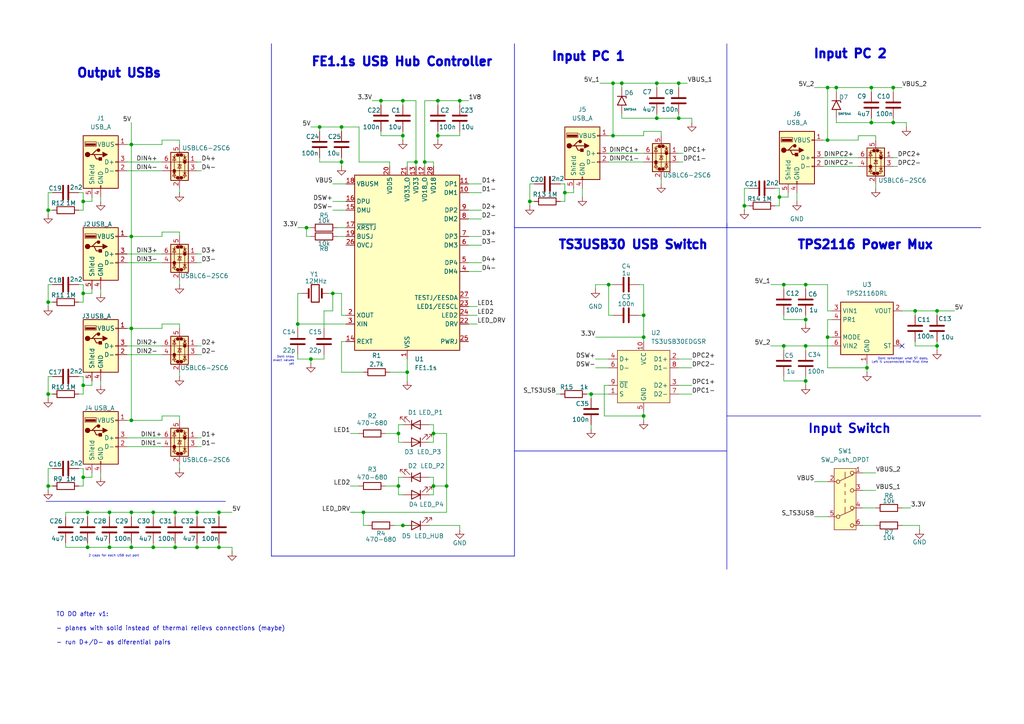
<source format=kicad_sch>
(kicad_sch (version 20250114) (generator "eeschema") (generator_version "9.0")
  (paper "A4")
  (rectangle (start 149.225 130.7846) (end 210.82 130.81))
  (rectangle (start 13.335 145.415) (end 65.405 145.415))
  (rectangle (start 210.82 12.7) (end 210.82 66.04))
  (rectangle (start 149.1996 12.7) (end 149.225 161.29))
  (rectangle (start 78.7146 12.7) (end 78.74 161.29))
  (rectangle (start 210.82 64.77) (end 210.82 165.1))
  (rectangle (start 149.225 66.0146) (end 284.48 66.04))
  (rectangle (start 210.82 120.65) (end 284.48 120.65))
  (rectangle (start 78.74 161.2646) (end 149.225 161.29))
  (text "Input PC 2\n" (at 246.634 15.748 0) (effects (font (size 2.54 2.54) (thickness 1.016) (bold yes))))
  (text "TS3USB30 USB Switch" (at 183.642 71.12 0) (effects (font (size 2.54 2.54) (thickness 1.016) (bold yes))))
  (text "TPS2116 Power Mux" (at 250.952 71.12 0) (effects (font (size 2.54 2.54) (thickness 1.016) (bold yes))))
  (text "Input PC 1" (at 170.688 16.51 0) (effects (font (size 2.54 2.54) (thickness 1.016) (bold yes))))
  (text "FE1.1s USB Hub Controller" (at 116.586 18.034 0) (effects (font (size 2.54 2.54) (thickness 1.016) (bold yes))))
  (text "Output USBs" (at 34.544 21.336 0) (effects (font (size 2.54 2.54) (thickness 1.016) (bold yes))))
  (text "Dont remember what ST does.\nLeft it unconnected the first time" (at 269.24 104.648 0) (effects (font (size 0.635 0.635) (thickness 0.0794)) (justify right)))
  (text "2 caps for each USB out port" (at 40.386 161.29 0) (effects (font (size 0.635 0.635) (thickness 0.0794)) (justify right)))
  (text "Input Switch" (at 246.38 124.46 0) (effects (font (size 2.54 2.54) (thickness 0.508) (bold yes))))
  (text "Dont know\nexact values\nyet" (at 85.344 104.648 0) (effects (font (size 0.635 0.635) (thickness 0.0794)) (justify right)))
  (text "TO DO after v1:\n\n- planes with solid instead of thermal relievs connections (maybe)\n\n- run D+/D- as diferential pairs\n" (at 16.256 182.372 0) (effects (font (size 1.27 1.27) (thickness 0.1588)) (justify left)))
  (junction (at 125.73 140.97))
  (junction (at 99.06 46.99))
  (junction (at 92.71 36.83))
  (junction (at 88.9 66.04))
  (junction (at 233.68 82.55))
  (junction (at 227.33 100.33))
  (junction (at 57.15 158.75))
  (junction (at 215.9 59.69))
  (junction (at 177.8 39.37))
  (junction (at 240.03 40.64))
  (junction (at 176.53 82.55))
  (junction (at 24.13 138.43))
  (junction (at 177.8 24.13))
  (junction (at 13.97 87.63))
  (junction (at 38.1 68.58))
  (junction (at 251.46 106.68))
  (junction (at 180.34 24.13))
  (junction (at 118.11 107.95))
  (junction (at 242.57 25.4))
  (junction (at 190.5 34.29))
  (junction (at 125.73 125.73))
  (junction (at 25.4 148.59))
  (junction (at 38.1 121.92))
  (junction (at 24.13 85.09))
  (junction (at 38.1 41.91))
  (junction (at 259.08 25.4))
  (junction (at 31.75 158.75))
  (junction (at 171.45 114.3))
  (junction (at 38.1 148.59))
  (junction (at 123.19 46.99))
  (junction (at 127 39.37))
  (junction (at 240.03 25.4))
  (junction (at 63.5 148.59))
  (junction (at 153.67 58.42))
  (junction (at 24.13 58.42))
  (junction (at 196.85 34.29))
  (junction (at 31.75 148.59))
  (junction (at 50.8 148.59))
  (junction (at 38.1 158.75))
  (junction (at 116.84 39.37))
  (junction (at 186.69 97.79))
  (junction (at 259.08 35.56))
  (junction (at 115.57 125.73))
  (junction (at 115.57 140.97))
  (junction (at 13.97 60.96))
  (junction (at 13.97 114.3))
  (junction (at 38.1 95.25))
  (junction (at 25.4 158.75))
  (junction (at 226.06 57.15))
  (junction (at 90.17 104.14))
  (junction (at 233.68 100.33))
  (junction (at 127 29.21))
  (junction (at 116.84 29.21))
  (junction (at 24.13 111.76))
  (junction (at 120.65 46.99))
  (junction (at 96.52 85.09))
  (junction (at 133.35 29.21))
  (junction (at 252.73 25.4))
  (junction (at 57.15 148.59))
  (junction (at 163.83 55.88))
  (junction (at 63.5 158.75))
  (junction (at 44.45 158.75))
  (junction (at 13.97 140.97))
  (junction (at 186.69 120.65))
  (junction (at 252.73 35.56))
  (junction (at 233.68 110.49))
  (junction (at 129.54 140.97))
  (junction (at 227.33 82.55))
  (junction (at 196.85 24.13))
  (junction (at 116.84 152.4))
  (junction (at 99.06 36.83))
  (junction (at 233.68 92.71))
  (junction (at 44.45 148.59))
  (junction (at 271.78 100.33))
  (junction (at 265.43 90.17))
  (junction (at 240.03 97.79))
  (junction (at 186.69 91.44))
  (junction (at 110.49 29.21))
  (junction (at 86.36 93.98))
  (junction (at 50.8 158.75))
  (junction (at 105.41 148.59))
  (junction (at 190.5 24.13))
  (junction (at 271.78 90.17))
  (no_connect (at 261.62 100.33))
  (wire (pts (xy 223.52 100.33) (xy 227.33 100.33)))
  (wire (pts (xy 191.77 52.07) (xy 191.77 53.34)))
  (wire (pts (xy 196.85 24.13) (xy 196.85 25.4)))
  (wire (pts (xy 88.9 66.04) (xy 88.9 68.58)))
  (wire (pts (xy 240.03 25.4) (xy 242.57 25.4)))
  (wire (pts (xy 15.24 55.88) (xy 13.97 55.88)))
  (wire (pts (xy 139.7 60.96) (xy 135.89 60.96)))
  (wire (pts (xy 240.03 92.71) (xy 240.03 97.79)))
  (wire (pts (xy 26.67 111.76) (xy 24.13 111.76)))
  (wire (pts (xy 115.57 125.73) (xy 115.57 128.27)))
  (wire (pts (xy 22.86 135.89) (xy 24.13 135.89)))
  (wire (pts (xy 15.24 135.89) (xy 13.97 135.89)))
  (wire (pts (xy 170.18 114.3) (xy 171.45 114.3)))
  (wire (pts (xy 176.53 111.76) (xy 175.26 111.76)))
  (wire (pts (xy 63.5 148.59) (xy 63.5 149.86)))
  (wire (pts (xy 57.15 148.59) (xy 63.5 148.59)))
  (wire (pts (xy 171.45 114.3) (xy 176.53 114.3)))
  (wire (pts (xy 266.7 152.4) (xy 261.62 152.4)))
  (wire (pts (xy 99.06 45.72) (xy 99.06 46.99)))
  (wire (pts (xy 36.83 46.99) (xy 46.99 46.99)))
  (wire (pts (xy 125.73 138.43) (xy 125.73 140.97)))
  (wire (pts (xy 36.83 129.54) (xy 46.99 129.54)))
  (wire (pts (xy 90.17 36.83) (xy 92.71 36.83)))
  (wire (pts (xy 129.54 140.97) (xy 129.54 125.73)))
  (wire (pts (xy 19.05 158.75) (xy 25.4 158.75)))
  (wire (pts (xy 259.08 25.4) (xy 261.62 25.4)))
  (wire (pts (xy 186.69 91.44) (xy 186.69 97.79)))
  (wire (pts (xy 116.84 123.19) (xy 115.57 123.19)))
  (wire (pts (xy 271.78 100.33) (xy 265.43 100.33)))
  (wire (pts (xy 93.98 102.87) (xy 93.98 104.14)))
  (wire (pts (xy 240.03 90.17) (xy 241.3 90.17)))
  (wire (pts (xy 58.42 102.87) (xy 57.15 102.87)))
  (wire (pts (xy 153.67 58.42) (xy 153.67 59.69)))
  (wire (pts (xy 92.71 46.99) (xy 99.06 46.99)))
  (wire (pts (xy 99.06 107.95) (xy 105.41 107.95)))
  (wire (pts (xy 163.83 55.88) (xy 163.83 53.34)))
  (wire (pts (xy 240.03 106.68) (xy 251.46 106.68)))
  (wire (pts (xy 105.41 148.59) (xy 129.54 148.59)))
  (wire (pts (xy 46.99 40.64) (xy 46.99 41.91)))
  (wire (pts (xy 200.66 34.29) (xy 200.66 35.56)))
  (wire (pts (xy 90.17 66.04) (xy 88.9 66.04)))
  (wire (pts (xy 233.68 91.44) (xy 233.68 92.71)))
  (wire (pts (xy 113.03 46.99) (xy 113.03 48.26)))
  (wire (pts (xy 180.34 24.13) (xy 190.5 24.13)))
  (wire (pts (xy 25.4 148.59) (xy 25.4 149.86)))
  (wire (pts (xy 223.52 82.55) (xy 227.33 82.55)))
  (wire (pts (xy 52.07 121.92) (xy 52.07 120.65)))
  (wire (pts (xy 57.15 129.54) (xy 58.42 129.54)))
  (wire (pts (xy 26.67 85.09) (xy 24.13 85.09)))
  (wire (pts (xy 36.83 95.25) (xy 38.1 95.25)))
  (wire (pts (xy 57.15 158.75) (xy 63.5 158.75)))
  (wire (pts (xy 99.06 46.99) (xy 99.06 48.26)))
  (wire (pts (xy 25.4 148.59) (xy 31.75 148.59)))
  (wire (pts (xy 240.03 25.4) (xy 240.03 40.64)))
  (wire (pts (xy 242.57 35.56) (xy 252.73 35.56)))
  (wire (pts (xy 241.3 92.71) (xy 240.03 92.71)))
  (wire (pts (xy 233.68 110.49) (xy 233.68 111.76)))
  (wire (pts (xy 180.34 34.29) (xy 190.5 34.29)))
  (wire (pts (xy 19.05 148.59) (xy 25.4 148.59)))
  (wire (pts (xy 96.52 90.17) (xy 93.98 90.17)))
  (wire (pts (xy 52.07 40.64) (xy 46.99 40.64)))
  (wire (pts (xy 227.33 110.49) (xy 233.68 110.49)))
  (wire (pts (xy 36.83 68.58) (xy 38.1 68.58)))
  (wire (pts (xy 115.57 143.51) (xy 116.84 143.51)))
  (wire (pts (xy 38.1 158.75) (xy 44.45 158.75)))
  (wire (pts (xy 38.1 68.58) (xy 38.1 95.25)))
  (wire (pts (xy 251.46 106.68) (xy 251.46 107.95)))
  (wire (pts (xy 36.83 41.91) (xy 38.1 41.91)))
  (wire (pts (xy 13.97 87.63) (xy 13.97 88.9)))
  (wire (pts (xy 13.97 60.96) (xy 13.97 62.23)))
  (wire (pts (xy 242.57 25.4) (xy 252.73 25.4)))
  (wire (pts (xy 111.76 125.73) (xy 115.57 125.73)))
  (wire (pts (xy 63.5 158.75) (xy 67.31 158.75)))
  (wire (pts (xy 233.68 100.33) (xy 233.68 101.6)))
  (wire (pts (xy 139.7 63.5) (xy 135.89 63.5)))
  (wire (pts (xy 162.56 58.42) (xy 163.83 58.42)))
  (wire (pts (xy 58.42 100.33) (xy 57.15 100.33)))
  (wire (pts (xy 99.06 91.44) (xy 100.33 91.44)))
  (wire (pts (xy 116.84 38.1) (xy 116.84 39.37)))
  (wire (pts (xy 118.11 46.99) (xy 118.11 48.26)))
  (wire (pts (xy 125.73 140.97) (xy 125.73 143.51)))
  (wire (pts (xy 50.8 148.59) (xy 50.8 149.86)))
  (wire (pts (xy 171.45 123.19) (xy 171.45 124.46)))
  (wire (pts (xy 15.24 109.22) (xy 13.97 109.22)))
  (wire (pts (xy 57.15 148.59) (xy 57.15 149.86)))
  (wire (pts (xy 196.85 33.02) (xy 196.85 34.29)))
  (wire (pts (xy 215.9 54.61) (xy 215.9 59.69)))
  (wire (pts (xy 127 29.21) (xy 133.35 29.21)))
  (wire (pts (xy 177.8 24.13) (xy 180.34 24.13)))
  (wire (pts (xy 264.16 147.32) (xy 261.62 147.32)))
  (wire (pts (xy 116.84 29.21) (xy 120.65 29.21)))
  (wire (pts (xy 125.73 138.43) (xy 124.46 138.43)))
  (wire (pts (xy 38.1 68.58) (xy 46.99 68.58)))
  (wire (pts (xy 22.86 114.3) (xy 24.13 114.3)))
  (wire (pts (xy 176.53 44.45) (xy 186.69 44.45)))
  (wire (pts (xy 123.19 46.99) (xy 125.73 46.99)))
  (wire (pts (xy 124.46 123.19) (xy 125.73 123.19)))
  (wire (pts (xy 228.6 55.88) (xy 228.6 57.15)))
  (wire (pts (xy 88.9 68.58) (xy 90.17 68.58)))
  (wire (pts (xy 95.25 85.09) (xy 96.52 85.09)))
  (wire (pts (xy 29.21 137.16) (xy 29.21 138.43)))
  (wire (pts (xy 22.86 87.63) (xy 24.13 87.63)))
  (wire (pts (xy 31.75 158.75) (xy 31.75 157.48)))
  (wire (pts (xy 52.07 67.31) (xy 46.99 67.31)))
  (wire (pts (xy 198.12 46.99) (xy 196.85 46.99)))
  (wire (pts (xy 233.68 92.71) (xy 233.68 93.98)))
  (wire (pts (xy 259.08 25.4) (xy 259.08 26.67)))
  (wire (pts (xy 86.36 93.98) (xy 86.36 85.09)))
  (wire (pts (xy 26.67 110.49) (xy 26.67 111.76)))
  (wire (pts (xy 123.19 29.21) (xy 127 29.21)))
  (wire (pts (xy 265.43 90.17) (xy 271.78 90.17)))
  (wire (pts (xy 22.86 140.97) (xy 24.13 140.97)))
  (wire (pts (xy 105.41 152.4) (xy 105.41 148.59)))
  (wire (pts (xy 133.35 29.21) (xy 133.35 30.48)))
  (wire (pts (xy 133.35 29.21) (xy 135.89 29.21)))
  (wire (pts (xy 24.13 85.09) (xy 24.13 82.55)))
  (wire (pts (xy 226.06 57.15) (xy 226.06 54.61)))
  (wire (pts (xy 26.67 58.42) (xy 24.13 58.42)))
  (wire (pts (xy 133.35 38.1) (xy 133.35 39.37)))
  (wire (pts (xy 101.6 148.59) (xy 105.41 148.59)))
  (wire (pts (xy 24.13 111.76) (xy 24.13 109.22)))
  (wire (pts (xy 38.1 148.59) (xy 38.1 149.86)))
  (wire (pts (xy 26.67 57.15) (xy 26.67 58.42)))
  (wire (pts (xy 44.45 148.59) (xy 50.8 148.59)))
  (wire (pts (xy 52.07 68.58) (xy 52.07 67.31)))
  (wire (pts (xy 242.57 25.4) (xy 242.57 26.67)))
  (wire (pts (xy 52.07 120.65) (xy 46.99 120.65)))
  (wire (pts (xy 175.26 120.65) (xy 186.69 120.65)))
  (wire (pts (xy 254 152.4) (xy 250.19 152.4)))
  (wire (pts (xy 50.8 148.59) (xy 57.15 148.59)))
  (wire (pts (xy 58.42 49.53) (xy 57.15 49.53)))
  (wire (pts (xy 240.03 97.79) (xy 240.03 106.68)))
  (wire (pts (xy 25.4 158.75) (xy 31.75 158.75)))
  (wire (pts (xy 254 39.37) (xy 248.92 39.37)))
  (wire (pts (xy 97.79 66.04) (xy 100.33 66.04)))
  (wire (pts (xy 31.75 158.75) (xy 38.1 158.75)))
  (wire (pts (xy 196.85 34.29) (xy 200.66 34.29)))
  (wire (pts (xy 240.03 97.79) (xy 241.3 97.79)))
  (wire (pts (xy 38.1 95.25) (xy 38.1 121.92)))
  (wire (pts (xy 38.1 35.56) (xy 38.1 41.91)))
  (wire (pts (xy 96.52 85.09) (xy 96.52 90.17)))
  (wire (pts (xy 115.57 128.27) (xy 116.84 128.27)))
  (wire (pts (xy 26.67 83.82) (xy 26.67 85.09)))
  (wire (pts (xy 13.97 87.63) (xy 15.24 87.63)))
  (wire (pts (xy 38.1 121.92) (xy 46.99 121.92)))
  (wire (pts (xy 92.71 45.72) (xy 92.71 46.99)))
  (wire (pts (xy 176.53 46.99) (xy 186.69 46.99)))
  (wire (pts (xy 254 53.34) (xy 254 54.61)))
  (wire (pts (xy 111.76 140.97) (xy 115.57 140.97)))
  (wire (pts (xy 118.11 107.95) (xy 118.11 110.49)))
  (wire (pts (xy 52.07 81.28) (xy 52.07 82.55)))
  (wire (pts (xy 38.1 41.91) (xy 46.99 41.91)))
  (wire (pts (xy 44.45 148.59) (xy 44.45 149.86)))
  (wire (pts (xy 104.14 36.83) (xy 104.14 46.99)))
  (wire (pts (xy 224.79 54.61) (xy 226.06 54.61)))
  (wire (pts (xy 265.43 90.17) (xy 265.43 91.44)))
  (wire (pts (xy 52.07 107.95) (xy 52.07 109.22)))
  (wire (pts (xy 138.43 93.98) (xy 135.89 93.98)))
  (wire (pts (xy 36.83 73.66) (xy 46.99 73.66)))
  (wire (pts (xy 96.52 58.42) (xy 100.33 58.42)))
  (wire (pts (xy 13.97 114.3) (xy 13.97 115.57)))
  (wire (pts (xy 99.06 36.83) (xy 99.06 38.1)))
  (wire (pts (xy 233.68 100.33) (xy 241.3 100.33)))
  (wire (pts (xy 154.94 53.34) (xy 153.67 53.34)))
  (wire (pts (xy 168.91 54.61) (xy 168.91 57.15)))
  (wire (pts (xy 63.5 158.75) (xy 63.5 157.48)))
  (wire (pts (xy 93.98 104.14) (xy 90.17 104.14)))
  (wire (pts (xy 44.45 158.75) (xy 44.45 157.48)))
  (wire (pts (xy 129.54 140.97) (xy 125.73 140.97)))
  (wire (pts (xy 96.52 85.09) (xy 99.06 85.09)))
  (wire (pts (xy 177.8 24.13) (xy 177.8 39.37)))
  (wire (pts (xy 106.68 152.4) (xy 105.41 152.4)))
  (wire (pts (xy 57.15 158.75) (xy 57.15 157.48)))
  (wire (pts (xy 240.03 82.55) (xy 240.03 90.17)))
  (wire (pts (xy 114.3 152.4) (xy 116.84 152.4)))
  (wire (pts (xy 217.17 54.61) (xy 215.9 54.61)))
  (wire (pts (xy 139.7 55.88) (xy 135.89 55.88)))
  (wire (pts (xy 172.72 83.82) (xy 172.72 82.55)))
  (wire (pts (xy 13.97 140.97) (xy 15.24 140.97)))
  (wire (pts (xy 186.69 119.38) (xy 186.69 120.65)))
  (wire (pts (xy 259.08 35.56) (xy 262.89 35.56)))
  (wire (pts (xy 190.5 24.13) (xy 196.85 24.13)))
  (wire (pts (xy 24.13 111.76) (xy 24.13 114.3)))
  (wire (pts (xy 52.07 54.61) (xy 52.07 55.88)))
  (wire (pts (xy 265.43 99.06) (xy 265.43 100.33)))
  (wire (pts (xy 200.66 104.14) (xy 196.85 104.14)))
  (wire (pts (xy 127 29.21) (xy 127 30.48)))
  (wire (pts (xy 227.33 100.33) (xy 227.33 101.6)))
  (wire (pts (xy 172.72 104.14) (xy 176.53 104.14)))
  (wire (pts (xy 254 142.24) (xy 250.19 142.24)))
  (wire (pts (xy 63.5 148.59) (xy 67.31 148.59)))
  (wire (pts (xy 36.83 127) (xy 46.99 127)))
  (wire (pts (xy 172.72 97.79) (xy 186.69 97.79)))
  (wire (pts (xy 24.13 58.42) (xy 24.13 55.88)))
  (wire (pts (xy 101.6 125.73) (xy 104.14 125.73)))
  (wire (pts (xy 99.06 85.09) (xy 99.06 91.44)))
  (wire (pts (xy 58.42 73.66) (xy 57.15 73.66)))
  (wire (pts (xy 22.86 55.88) (xy 24.13 55.88)))
  (wire (pts (xy 198.12 44.45) (xy 196.85 44.45)))
  (wire (pts (xy 90.17 104.14) (xy 90.17 105.41)))
  (wire (pts (xy 29.21 57.15) (xy 29.21 58.42)))
  (wire (pts (xy 86.36 102.87) (xy 86.36 104.14)))
  (wire (pts (xy 180.34 25.4) (xy 180.34 24.13)))
  (wire (pts (xy 215.9 59.69) (xy 215.9 60.96)))
  (wire (pts (xy 119.38 152.4) (xy 116.84 152.4)))
  (wire (pts (xy 186.69 91.44) (xy 185.42 91.44)))
  (wire (pts (xy 252.73 25.4) (xy 252.73 26.67)))
  (wire (pts (xy 13.97 55.88) (xy 13.97 60.96)))
  (wire (pts (xy 58.42 46.99) (xy 57.15 46.99)))
  (wire (pts (xy 125.73 128.27) (xy 124.46 128.27)))
  (wire (pts (xy 26.67 137.16) (xy 26.67 138.43)))
  (wire (pts (xy 15.24 82.55) (xy 13.97 82.55)))
  (wire (pts (xy 177.8 91.44) (xy 176.53 91.44)))
  (wire (pts (xy 36.83 49.53) (xy 46.99 49.53)))
  (wire (pts (xy 242.57 34.29) (xy 242.57 35.56)))
  (wire (pts (xy 271.78 90.17) (xy 276.86 90.17)))
  (wire (pts (xy 36.83 121.92) (xy 38.1 121.92)))
  (wire (pts (xy 233.68 82.55) (xy 233.68 83.82)))
  (wire (pts (xy 38.1 95.25) (xy 46.99 95.25)))
  (wire (pts (xy 190.5 33.02) (xy 190.5 34.29)))
  (wire (pts (xy 186.69 120.65) (xy 186.69 121.92)))
  (wire (pts (xy 153.67 53.34) (xy 153.67 58.42)))
  (wire (pts (xy 29.21 83.82) (xy 29.21 85.09)))
  (wire (pts (xy 52.07 95.25) (xy 52.07 93.98)))
  (wire (pts (xy 86.36 93.98) (xy 100.33 93.98)))
  (wire (pts (xy 99.06 99.06) (xy 99.06 107.95)))
  (wire (pts (xy 13.97 60.96) (xy 15.24 60.96)))
  (wire (pts (xy 116.84 39.37) (xy 116.84 40.64)))
  (wire (pts (xy 36.83 100.33) (xy 46.99 100.33)))
  (wire (pts (xy 233.68 82.55) (xy 240.03 82.55)))
  (wire (pts (xy 252.73 35.56) (xy 259.08 35.56)))
  (wire (pts (xy 52.07 93.98) (xy 46.99 93.98)))
  (wire (pts (xy 186.69 82.55) (xy 186.69 91.44)))
  (wire (pts (xy 52.07 41.91) (xy 52.07 40.64)))
  (wire (pts (xy 166.37 54.61) (xy 166.37 55.88)))
  (wire (pts (xy 236.22 25.4) (xy 240.03 25.4)))
  (wire (pts (xy 19.05 148.59) (xy 19.05 149.86)))
  (wire (pts (xy 176.53 82.55) (xy 177.8 82.55)))
  (wire (pts (xy 261.62 90.17) (xy 265.43 90.17)))
  (wire (pts (xy 227.33 82.55) (xy 227.33 83.82)))
  (wire (pts (xy 116.84 138.43) (xy 115.57 138.43)))
  (wire (pts (xy 252.73 34.29) (xy 252.73 35.56)))
  (wire (pts (xy 162.56 53.34) (xy 163.83 53.34)))
  (wire (pts (xy 22.86 82.55) (xy 24.13 82.55)))
  (wire (pts (xy 238.76 45.72) (xy 248.92 45.72)))
  (wire (pts (xy 259.08 34.29) (xy 259.08 35.56)))
  (wire (pts (xy 125.73 143.51) (xy 124.46 143.51)))
  (wire (pts (xy 236.22 139.7) (xy 240.03 139.7)))
  (wire (pts (xy 127 40.64) (xy 127 39.37)))
  (wire (pts (xy 139.7 76.2) (xy 135.89 76.2)))
  (wire (pts (xy 266.7 153.67) (xy 266.7 152.4)))
  (wire (pts (xy 153.67 58.42) (xy 154.94 58.42)))
  (wire (pts (xy 176.53 39.37) (xy 177.8 39.37)))
  (wire (pts (xy 46.99 93.98) (xy 46.99 95.25)))
  (wire (pts (xy 190.5 24.13) (xy 190.5 25.4)))
  (wire (pts (xy 139.7 53.34) (xy 135.89 53.34)))
  (wire (pts (xy 115.57 138.43) (xy 115.57 140.97)))
  (wire (pts (xy 238.76 48.26) (xy 248.92 48.26)))
  (wire (pts (xy 113.03 107.95) (xy 118.11 107.95)))
  (wire (pts (xy 125.73 125.73) (xy 125.73 128.27)))
  (wire (pts (xy 86.36 66.04) (xy 88.9 66.04)))
  (wire (pts (xy 138.43 88.9) (xy 135.89 88.9)))
  (wire (pts (xy 200.66 114.3) (xy 196.85 114.3)))
  (wire (pts (xy 227.33 92.71) (xy 227.33 91.44)))
  (wire (pts (xy 163.83 55.88) (xy 163.83 58.42)))
  (wire (pts (xy 238.76 40.64) (xy 240.03 40.64)))
  (wire (pts (xy 120.65 29.21) (xy 120.65 46.99)))
  (wire (pts (xy 97.79 68.58) (xy 100.33 68.58)))
  (wire (pts (xy 200.66 106.68) (xy 196.85 106.68)))
  (wire (pts (xy 236.22 149.86) (xy 240.03 149.86)))
  (wire (pts (xy 186.69 97.79) (xy 186.69 99.06)))
  (wire (pts (xy 120.65 46.99) (xy 120.65 48.26)))
  (wire (pts (xy 58.42 76.2) (xy 57.15 76.2)))
  (wire (pts (xy 139.7 68.58) (xy 135.89 68.58)))
  (wire (pts (xy 260.35 48.26) (xy 259.08 48.26)))
  (wire (pts (xy 110.49 38.1) (xy 110.49 39.37)))
  (wire (pts (xy 107.95 29.21) (xy 110.49 29.21)))
  (wire (pts (xy 25.4 158.75) (xy 25.4 157.48)))
  (wire (pts (xy 36.83 102.87) (xy 46.99 102.87)))
  (wire (pts (xy 271.78 90.17) (xy 271.78 91.44)))
  (wire (pts (xy 254 40.64) (xy 254 39.37)))
  (wire (pts (xy 38.1 41.91) (xy 38.1 68.58)))
  (wire (pts (xy 90.17 104.14) (xy 86.36 104.14)))
  (wire (pts (xy 104.14 46.99) (xy 113.03 46.99)))
  (wire (pts (xy 191.77 38.1) (xy 186.69 38.1)))
  (wire (pts (xy 115.57 140.97) (xy 115.57 143.51)))
  (wire (pts (xy 13.97 140.97) (xy 13.97 142.24)))
  (wire (pts (xy 110.49 29.21) (xy 110.49 30.48)))
  (wire (pts (xy 125.73 123.19) (xy 125.73 125.73)))
  (wire (pts (xy 227.33 92.71) (xy 233.68 92.71)))
  (wire (pts (xy 191.77 39.37) (xy 191.77 38.1)))
  (wire (pts (xy 67.31 160.02) (xy 67.31 158.75)))
  (wire (pts (xy 254 137.16) (xy 250.19 137.16)))
  (wire (pts (xy 227.33 109.22) (xy 227.33 110.49)))
  (wire (pts (xy 100.33 99.06) (xy 99.06 99.06)))
  (wire (pts (xy 57.15 127) (xy 58.42 127)))
  (wire (pts (xy 123.19 29.21) (xy 123.19 46.99)))
  (wire (pts (xy 118.11 104.14) (xy 118.11 107.95)))
  (wire (pts (xy 19.05 158.75) (xy 19.05 157.48)))
  (wire (pts (xy 127 38.1) (xy 127 39.37)))
  (wire (pts (xy 127 39.37) (xy 133.35 39.37)))
  (wire (pts (xy 38.1 148.59) (xy 44.45 148.59)))
  (wire (pts (xy 52.07 134.62) (xy 52.07 135.89)))
  (wire (pts (xy 24.13 138.43) (xy 24.13 140.97)))
  (wire (pts (xy 92.71 38.1) (xy 92.71 36.83)))
  (wire (pts (xy 171.45 114.3) (xy 171.45 115.57)))
  (wire (pts (xy 50.8 158.75) (xy 57.15 158.75)))
  (wire (pts (xy 224.79 59.69) (xy 226.06 59.69)))
  (wire (pts (xy 46.99 67.31) (xy 46.99 68.58)))
  (wire (pts (xy 13.97 135.89) (xy 13.97 140.97)))
  (wire (pts (xy 86.36 95.25) (xy 86.36 93.98)))
  (wire (pts (xy 190.5 34.29) (xy 196.85 34.29)))
  (wire (pts (xy 96.52 60.96) (xy 100.33 60.96)))
  (wire (pts (xy 22.86 109.22) (xy 24.13 109.22)))
  (wire (pts (xy 86.36 85.09) (xy 87.63 85.09)))
  (wire (pts (xy 13.97 114.3) (xy 15.24 114.3)))
  (wire (pts (xy 139.7 71.12) (xy 135.89 71.12)))
  (wire (pts (xy 13.97 82.55) (xy 13.97 87.63)))
  (wire (pts (xy 99.06 36.83) (xy 104.14 36.83)))
  (wire (pts (xy 118.11 46.99) (xy 120.65 46.99)))
  (wire (pts (xy 186.69 38.1) (xy 186.69 39.37)))
  (wire (pts (xy 129.54 148.59) (xy 129.54 140.97)))
  (wire (pts (xy 123.19 46.99) (xy 123.19 48.26)))
  (wire (pts (xy 44.45 158.75) (xy 50.8 158.75)))
  (wire (pts (xy 26.67 138.43) (xy 24.13 138.43)))
  (wire (pts (xy 177.8 39.37) (xy 186.69 39.37)))
  (wire (pts (xy 180.34 33.02) (xy 180.34 34.29)))
  (wire (pts (xy 46.99 120.65) (xy 46.99 121.92)))
  (wire (pts (xy 227.33 82.55) (xy 233.68 82.55)))
  (wire (pts (xy 251.46 105.41) (xy 251.46 106.68)))
  (wire (pts (xy 24.13 85.09) (xy 24.13 87.63)))
  (wire (pts (xy 24.13 58.42) (xy 24.13 60.96)))
  (wire (pts (xy 196.85 24.13) (xy 199.39 24.13)))
  (wire (pts (xy 175.26 111.76) (xy 175.26 120.65)))
  (wire (pts (xy 233.68 109.22) (xy 233.68 110.49)))
  (wire (pts (xy 200.66 111.76) (xy 196.85 111.76)))
  (wire (pts (xy 227.33 100.33) (xy 233.68 100.33)))
  (wire (pts (xy 271.78 99.06) (xy 271.78 100.33)))
  (wire (pts (xy 29.21 110.49) (xy 29.21 111.76)))
  (wire (pts (xy 125.73 46.99) (xy 125.73 48.26)))
  (wire (pts (xy 92.71 36.83) (xy 99.06 36.83)))
  (wire (pts (xy 252.73 25.4) (xy 259.08 25.4)))
  (wire (pts (xy 31.75 148.59) (xy 38.1 148.59)))
  (wire (pts (xy 93.98 90.17) (xy 93.98 95.25)))
  (wire (pts (xy 271.78 100.33) (xy 271.78 101.6)))
  (wire (pts (xy 31.75 148.59) (xy 31.75 149.86)))
  (wire (pts (xy 22.86 60.96) (xy 24.13 60.96)))
  (wire (pts (xy 13.97 109.22) (xy 13.97 114.3)))
  (wire (pts (xy 254 147.32) (xy 250.19 147.32)))
  (wire (pts (xy 139.7 78.74) (xy 135.89 78.74)))
  (wire (pts (xy 101.6 140.97) (xy 104.14 140.97)))
  (wire (pts (xy 133.35 152.4) (xy 133.35 153.67)))
  (wire (pts (xy 260.35 45.72) (xy 259.08 45.72)))
  (wire (pts (xy 173.99 24.13) (xy 177.8 24.13)))
  (wire (pts (xy 231.14 55.88) (xy 231.14 58.42)))
  (wire (pts (xy 110.49 39.37) (xy 116.84 39.37)))
  (wire (pts (xy 262.89 35.56) (xy 262.89 36.83)))
  (wire (pts (xy 36.83 76.2) (xy 46.99 76.2)))
  (wire (pts (xy 215.9 59.69) (xy 217.17 59.69)))
  (wire (pts (xy 172.72 106.68) (xy 176.53 106.68)))
  (wire (pts (xy 125.73 125.73) (xy 129.54 125.73)))
  (wire (pts (xy 248.92 39.37) (xy 248.92 40.64)))
  (wire (pts (xy 161.29 114.3) (xy 162.56 114.3)))
  (wire (pts (xy 228.6 57.15) (xy 226.06 57.15)))
  (wire (pts (xy 240.03 40.64) (xy 248.92 40.64)))
  (wire (pts (xy 124.46 152.4) (xy 133.35 152.4)))
  (wire (pts (xy 24.13 138.43) (xy 24.13 135.89)))
  (wire (pts (xy 116.84 29.21) (xy 116.84 30.48)))
  (wire (pts (xy 116.84 29.21) (xy 110.49 29.21)))
  (wire (pts (xy 115.57 123.19) (xy 115.57 125.73)))
  (wire (pts (xy 176.53 91.44) (xy 176.53 82.55)))
  (wire (pts (xy 226.06 57.15) (xy 226.06 59.69)))
  (wire (pts (xy 138.43 91.44) (xy 135.89 91.44)))
  (wire (pts (xy 185.42 82.55) (xy 186.69 82.55)))
  (wire (pts (xy 96.52 53.34) (xy 100.33 53.34)))
  (wire (pts (xy 166.37 55.88) (xy 163.83 55.88)))
  (wire (pts (xy 50.8 158.75) (xy 50.8 157.48)))
  (wire (pts (xy 172.72 82.55) (xy 176.53 82.55)))
  (wire (pts (xy 38.1 158.75) (xy 38.1 157.48)))
  (label "DPC2-" (at 260.35 48.26 0))
  (label "DIN3-" (at 45.72 76.2 180))
  (label "DPC1-" (at 198.12 46.99 0))
  (label "5V_2" (at 236.22 25.4 180))
  (label "DINPC1-" (at 185.42 46.99 180))
  (label "VBUS_1" (at 254 142.24 0))
  (label "D3-" (at 58.42 76.2 0))
  (label "D4-" (at 58.42 49.53 0))
  (label "D3-" (at 139.7 71.12 0))
  (label "DIN4-" (at 45.72 49.53 180))
  (label "DPC2-" (at 200.66 106.68 0))
  (label "D3+" (at 58.42 73.66 0))
  (label "D2+" (at 139.7 60.96 0))
  (label "DINPC2-" (at 247.65 48.26 180))
  (label "D2-" (at 139.7 63.5 0))
  (label "D4+" (at 58.42 46.99 0))
  (label "LED_DRV" (at 101.6 148.59 180))
  (label "DSW+" (at 96.52 58.42 180))
  (label "5V" (at 90.17 36.83 180))
  (label "5V" (at 67.31 148.59 0))
  (label "D2+" (at 58.42 100.33 0))
  (label "3.3V" (at 107.95 29.21 180))
  (label "VBUS_2" (at 254 137.16 0))
  (label "DIN3+" (at 45.72 73.66 180))
  (label "VBUS_2" (at 261.62 25.4 0))
  (label "VBUS_1" (at 199.39 24.13 0))
  (label "VBUS" (at 236.22 139.7 180))
  (label "DPC1+" (at 200.66 111.76 0))
  (label "DIN2-" (at 45.72 102.87 180))
  (label "3.3V" (at 86.36 66.04 180))
  (label "VBUS" (at 96.52 53.34 180))
  (label "DIN1+" (at 46.99 127 180))
  (label "LED_DRV" (at 138.43 93.98 0))
  (label "LED1" (at 101.6 125.73 180))
  (label "5V_1" (at 223.52 82.55 180))
  (label "DIN1-" (at 46.99 129.54 180))
  (label "DSW-" (at 96.52 60.96 180))
  (label "DSW-" (at 172.72 106.68 180))
  (label "LED1" (at 138.43 88.9 0))
  (label "D4+" (at 139.7 76.2 0))
  (label "D1+" (at 58.42 127 0))
  (label "S_TS3USB" (at 161.29 114.3 180))
  (label "DPC1+" (at 198.12 44.45 0))
  (label "1V8" (at 135.89 29.21 0))
  (label "5V_1" (at 173.99 24.13 180))
  (label "5V" (at 276.86 90.17 0))
  (label "5V" (at 38.1 35.56 180))
  (label "LED2" (at 138.43 91.44 0))
  (label "DIN2+" (at 45.72 100.33 180))
  (label "DPC2+" (at 260.35 45.72 0))
  (label "D1+" (at 139.7 53.34 0))
  (label "LED2" (at 101.6 140.97 180))
  (label "D4-" (at 139.7 78.74 0))
  (label "DINPC1+" (at 185.42 44.45 180))
  (label "DPC2+" (at 200.66 104.14 0))
  (label "D1-" (at 139.7 55.88 0))
  (label "S_TS3USB" (at 236.22 149.86 180))
  (label "DINPC2+" (at 247.65 45.72 180))
  (label "D2-" (at 58.42 102.87 0))
  (label "D3+" (at 139.7 68.58 0))
  (label "3.3V" (at 264.16 147.32 0))
  (label "3.3V" (at 172.72 97.79 180))
  (label "DSW+" (at 172.72 104.14 180))
  (label "5V_2" (at 223.52 100.33 180))
  (label "D1-" (at 58.42 129.54 0))
  (label "DIN4+" (at 45.72 46.99 180))
  (label "DPC1-" (at 200.66 114.3 0))
  (symbol (lib_id "Device:C") (at 57.15 153.67 180) (unit 1)
    (property "Reference" "C32" (at 54.356 151.13 0))
    (property "Value" "4u7" (at 54.864 156.21 0))
    (property "Footprint" "Capacitor_SMD:C_0805_2012Metric_Pad1.18x1.45mm_HandSolder" (effects (hide yes)))
    (property "Description" "Unpolarized capacitor" (effects (hide yes)))
  )
  (symbol (lib_id "Device:C") (at 116.84 34.29 180) (unit 1)
    (property "Reference" "C1" (at 114.808 32.004 0))
    (property "Value" "10u" (at 114.554 36.83 0))
    (property "Footprint" "Capacitor_SMD:C_0805_2012Metric_Pad1.18x1.45mm_HandSolder" (effects (hide yes)))
    (property "Description" "Unpolarized capacitor" (effects (hide yes)))
  )
  (symbol (lib_id "Device:C") (at 227.33 105.41 180) (unit 1)
    (property "Reference" "C5" (at 228.854 103.124 0))
    (property "Value" "1u" (at 229.362 107.696 0))
    (property "Footprint" "Capacitor_SMD:C_0805_2012Metric_Pad1.18x1.45mm_HandSolder" (effects (hide yes)))
    (property "Description" "Unpolarized capacitor" (effects (hide yes)))
  )
  (symbol (lib_id "Device:C") (at 93.98 99.06 180) (unit 1)
    (property "Reference" "C15" (at 91.44 96.266 0))
    (property "Value" "22p" (at 91.44 101.6 0))
    (property "Footprint" "Capacitor_SMD:C_0805_2012Metric_Pad1.18x1.45mm_HandSolder" (effects (hide yes)))
    (property "Description" "Unpolarized capacitor" (effects (hide yes)))
  )
  (symbol (lib_id "power:GND") (at 13.97 88.9 0) (unit 1)
    (property "Reference" "#PWR024" (effects (hide yes)))
    (property "Value" "GND" (effects (hide yes)))
    (property "Description" "Power symbol creates a global label with name \"GND\" , ground" (effects (hide yes)))
  )
  (symbol (lib_id "power:GND") (at 186.69 121.92 0) (unit 1)
    (property "Reference" "#PWR06" (effects (hide yes)))
    (property "Value" "GND" (effects (hide yes)))
    (property "Description" "Power symbol creates a global label with name \"GND\" , ground" (effects (hide yes)))
  )
  (symbol (lib_id "Device:C") (at 19.05 109.22 90) (unit 1)
    (property "Reference" "C17" (at 16.002 107.95 90))
    (property "Value" "2n2" (at 22.098 107.696 90))
    (property "Footprint" "Capacitor_SMD:C_0805_2012Metric_Pad1.18x1.45mm_HandSolder" (effects (hide yes)))
    (property "Description" "Unpolarized capacitor" (effects (hide yes)))
  )
  (symbol (lib_id "Connector:USB_A") (at 231.14 45.72 0) (unit 1)
    (property "Reference" "J6" (at 231.14 33.02 0))
    (property "Value" "USB_A" (at 231.14 35.56 0))
    (property "Footprint" "Connector_USB:USB_A_Molex_67643_Horizontal" (effects (hide yes)))
    (property "Description" "USB Type A connector" (effects (hide yes)))
  )
  (symbol (lib_id "Device:C") (at 158.75 53.34 90) (unit 1)
    (property "Reference" "C20" (at 155.702 52.07 90))
    (property "Value" "2n2" (at 161.798 51.816 90))
    (property "Footprint" "Capacitor_SMD:C_0805_2012Metric_Pad1.18x1.45mm_HandSolder" (effects (hide yes)))
    (property "Description" "Unpolarized capacitor" (effects (hide yes)))
  )
  (symbol (lib_id "Device:R") (at 107.95 140.97 270) (unit 1)
    (property "Reference" "R3" (at 107.95 136.144 90))
    (property "Value" "470-680" (at 107.95 138.43 90))
    (property "Footprint" "Resistor_SMD:R_0603_1608Metric_Pad0.98x0.95mm_HandSolder" (effects (hide yes)))
    (property "Description" "Resistor" (effects (hide yes)))
  )
  (symbol (lib_id "power:GND") (at 29.21 138.43 0) (unit 1)
    (property "Reference" "#PWR019" (effects (hide yes)))
    (property "Value" "GND" (effects (hide yes)))
    (property "Description" "Power symbol creates a global label with name \"GND\" , ground" (effects (hide yes)))
  )
  (symbol (lib_id "power:GND") (at 191.77 53.34 0) (unit 1)
    (property "Reference" "#PWR031" (effects (hide yes)))
    (property "Value" "GND" (effects (hide yes)))
    (property "Description" "Power symbol creates a global label with name \"GND\" , ground" (effects (hide yes)))
  )
  (symbol (lib_id "power:GND") (at 133.35 153.67 0) (unit 1)
    (property "Reference" "#PWR05" (effects (hide yes)))
    (property "Value" "GND" (at 133.35 157.48 0))
    (property "Description" "Power symbol creates a global label with name \"GND\" , ground" (effects (hide yes)))
  )
  (symbol (lib_id "Device:LED") (at 120.65 138.43 0) (mirror x) (unit 1)
    (property "Reference" "D2" (at 119.634 135.128 0))
    (property "Value" "LED_P2" (at 125.476 135.128 0))
    (property "Footprint" "LED_SMD:LED_0805_2012Metric_Pad1.15x1.40mm_HandSolder" (effects (hide yes)))
    (property "Description" "Light emitting diode" (effects (hide yes)))
    (property "Sim.Pins" "1=K 2=A" (effects (hide yes)))
  )
  (symbol (lib_id "Device:C") (at 190.5 29.21 180) (unit 1)
    (property "Reference" "C7" (at 187.706 26.67 0))
    (property "Value" "4u7" (at 188.214 31.75 0))
    (property "Footprint" "Capacitor_SMD:C_0805_2012Metric_Pad1.18x1.45mm_HandSolder" (effects (hide yes)))
    (property "Description" "Unpolarized capacitor" (effects (hide yes)))
  )
  (symbol (lib_id "power:GND") (at 52.07 55.88 0) (mirror y) (unit 1)
    (property "Reference" "#PWR02" (effects (hide yes)))
    (property "Value" "GND" (effects (hide yes)))
    (property "Description" "Power symbol creates a global label with name \"GND\" , ground" (effects (hide yes)))
  )
  (symbol (lib_id "Device:LED") (at 120.65 123.19 0) (mirror x) (unit 1)
    (property "Reference" "D1" (at 119.634 119.634 0))
    (property "Value" "LED_P1" (at 124.968 119.634 0))
    (property "Footprint" "LED_SMD:LED_0805_2012Metric_Pad1.15x1.40mm_HandSolder" (effects (hide yes)))
    (property "Description" "Light emitting diode" (effects (hide yes)))
    (property "Sim.Pins" "1=K 2=A" (effects (hide yes)))
  )
  (symbol (lib_id "Device:C") (at 19.05 135.89 90) (unit 1)
    (property "Reference" "C16" (at 16.002 134.62 90))
    (property "Value" "2n2" (at 22.098 134.366 90))
    (property "Footprint" "Capacitor_SMD:C_0805_2012Metric_Pad1.18x1.45mm_HandSolder" (effects (hide yes)))
    (property "Description" "Unpolarized capacitor" (effects (hide yes)))
  )
  (symbol (lib_id "power:GND") (at 171.45 124.46 0) (unit 1)
    (property "Reference" "#PWR035" (effects (hide yes)))
    (property "Value" "GND" (effects (hide yes)))
    (property "Description" "Power symbol creates a global label with name \"GND\" , ground" (effects (hide yes)))
  )
  (symbol (lib_id "power:GND") (at 67.31 160.02 0) (unit 1)
    (property "Reference" "#PWR030" (effects (hide yes)))
    (property "Value" "GND" (effects (hide yes)))
    (property "Description" "Power symbol creates a global label with name \"GND\" , ground" (effects (hide yes)))
  )
  (symbol (lib_id "Device:C") (at 110.49 34.29 180) (unit 1)
    (property "Reference" "C22" (at 108.458 32.004 0))
    (property "Value" "100n" (at 107.696 36.83 0))
    (property "Footprint" "Capacitor_SMD:C_0805_2012Metric_Pad1.18x1.45mm_HandSolder" (effects (hide yes)))
    (property "Description" "Unpolarized capacitor" (effects (hide yes)))
  )
  (symbol (lib_id "Device:C") (at 44.45 153.67 180) (unit 1)
    (property "Reference" "C30" (at 41.656 151.13 0))
    (property "Value" "4u7" (at 42.164 156.21 0))
    (property "Footprint" "Capacitor_SMD:C_0805_2012Metric_Pad1.18x1.45mm_HandSolder" (effects (hide yes)))
    (property "Description" "Unpolarized capacitor" (effects (hide yes)))
  )
  (symbol (lib_id "Device:C") (at 171.45 119.38 180) (unit 1)
    (property "Reference" "C35" (at 168.91 117.094 0))
    (property "Value" "100n" (at 168.402 121.666 0))
    (property "Footprint" "Capacitor_SMD:C_0805_2012Metric_Pad1.18x1.45mm_HandSolder" (effects (hide yes)))
    (property "Description" "Unpolarized capacitor" (effects (hide yes)))
  )
  (symbol (lib_id "power:GND") (at 29.21 111.76 0) (unit 1)
    (property "Reference" "#PWR021" (effects (hide yes)))
    (property "Value" "GND" (effects (hide yes)))
    (property "Description" "Power symbol creates a global label with name \"GND\" , ground" (effects (hide yes)))
  )
  (symbol (lib_id "power:GND") (at 13.97 142.24 0) (unit 1)
    (property "Reference" "#PWR022" (effects (hide yes)))
    (property "Value" "GND" (effects (hide yes)))
    (property "Description" "Power symbol creates a global label with name \"GND\" , ground" (effects (hide yes)))
  )
  (symbol (lib_id "power:GND") (at 29.21 85.09 0) (unit 1)
    (property "Reference" "#PWR020" (effects (hide yes)))
    (property "Value" "GND" (effects (hide yes)))
    (property "Description" "Power symbol creates a global label with name \"GND\" , ground" (effects (hide yes)))
  )
  (symbol (lib_id "Device:LED") (at 120.65 128.27 180) (unit 1)
    (property "Reference" "D3" (at 118.618 131.064 0))
    (property "Value" "LED_P3" (at 124.46 131.064 0))
    (property "Footprint" "LED_SMD:LED_0805_2012Metric_Pad1.15x1.40mm_HandSolder" (effects (hide yes)))
    (property "Description" "Light emitting diode" (effects (hide yes)))
    (property "Sim.Pins" "1=K 2=A" (effects (hide yes)))
  )
  (symbol (lib_id "power:GND") (at 168.91 57.15 0) (unit 1)
    (property "Reference" "#PWR03" (effects (hide yes)))
    (property "Value" "GND" (effects (hide yes)))
    (property "Description" "Power symbol creates a global label with name \"GND\" , ground" (effects (hide yes)))
  )
  (symbol (lib_id "Device:R") (at 93.98 68.58 90) (unit 1)
    (property "Reference" "R8" (at 93.98 72.136 90))
    (property "Value" "10k" (at 93.98 70.612 90))
    (property "Footprint" "Resistor_SMD:R_0603_1608Metric_Pad0.98x0.95mm_HandSolder" (effects (hide yes)))
    (property "Description" "Resistor" (effects (hide yes)))
  )
  (symbol (lib_id "Device:R") (at 107.95 125.73 270) (unit 1)
    (property "Reference" "R2" (at 107.95 120.65 90))
    (property "Value" "470-680" (at 107.95 122.682 90))
    (property "Footprint" "Resistor_SMD:R_0603_1608Metric_Pad0.98x0.95mm_HandSolder" (effects (hide yes)))
    (property "Description" "Resistor" (effects (hide yes)))
  )
  (symbol (lib_id "Power_Protection:USBLC6-2SC6") (at 52.07 100.33 0) (mirror y) (unit 1)
    (property "Reference" "U6" (effects (hide yes)))
    (property "Value" "USBLC6-2SC6" (at 66.294 106.68 0) (effects (justify left)))
    (property "Footprint" "Package_TO_SOT_SMD:SOT-23-6" (effects (hide yes)))
    (property "Datasheet" "https://www.st.com/resource/en/datasheet/usblc6-2.pdf" (effects (hide yes)))
    (property "Description" "Very low capacitance ESD protection diode, 2 data-line, SOT-23-6" (effects (hide yes)))
  )
  (symbol (lib_id "Connector:USB_A") (at 29.21 73.66 0) (unit 1)
    (property "Reference" "J2" (at 25.146 65.024 0))
    (property "Value" "USB_A" (at 29.464 65.024 0))
    (property "Footprint" "Connector_USB:USB_A_Molex_67643_Horizontal" (effects (hide yes)))
    (property "Description" "USB Type A connector" (effects (hide yes)))
  )
  (symbol (lib_id "Switch:SW_Push_DPDT") (at 245.11 144.78 0) (unit 1)
    (property "Reference" "SW1" (at 245.11 130.81 0))
    (property "Value" "SW_Push_DPDT" (at 245.11 133.35 0))
    (property "Footprint" "Button_Switch_THT:SW_NKK_G1xJP" (effects (hide yes)))
    (property "Description" "Momentary Switch, dual pole double throw" (effects (hide yes)))
  )
  (symbol (lib_id "Connector:USB_A") (at 29.21 100.33 0) (unit 1)
    (property "Reference" "J3" (at 24.892 91.694 0))
    (property "Value" "USB_A" (at 29.21 91.694 0))
    (property "Footprint" "Connector_USB:USB_A_Molex_67643_Horizontal" (effects (hide yes)))
    (property "Description" "USB Type A connector" (effects (hide yes)))
  )
  (symbol (lib_id "power:GND") (at 127 40.64 0) (unit 1)
    (property "Reference" "#PWR028" (effects (hide yes)))
    (property "Value" "GND" (effects (hide yes)))
    (property "Description" "Power symbol creates a global label with name \"GND\" , ground" (effects (hide yes)))
  )
  (symbol (lib_id "Device:C") (at 259.08 30.48 180) (unit 1)
    (property "Reference" "C10" (at 256.286 27.94 0))
    (property "Value" "100n" (at 256.54 33.02 0))
    (property "Footprint" "Capacitor_SMD:C_0805_2012Metric_Pad1.18x1.45mm_HandSolder" (effects (hide yes)))
    (property "Description" "Unpolarized capacitor" (effects (hide yes)))
  )
  (symbol (lib_id "Interface_USB:TS3USB30EDGSR") (at 186.69 109.22 0) (unit 1)
    (property "Reference" "U2" (at 188.8333 96.52 0) (effects (justify left)))
    (property "Value" "TS3USB30EDGSR" (at 188.8333 99.06 0) (effects (justify left)))
    (property "Footprint" "Package_SO:VSSOP-10_3x3mm_P0.5mm" (effects (hide yes)))
    (property "Datasheet" "https://www.ti.com/lit/ds/symlink/ts3usb30e.pdf" (effects (hide yes)))
    (property "Description" "ESD-Protected, High-Speed USB 2.0 (480-Mbps) 1:2 Multiplexer/Demultiplexer Switch With Single Enable, VSSOP-10" (effects (hide yes)))
  )
  (symbol (lib_id "Device:R") (at 257.81 147.32 270) (unit 1)
    (property "Reference" "R6" (at 257.81 143.764 90))
    (property "Value" "10k" (at 257.81 145.288 90))
    (property "Footprint" "Resistor_SMD:R_0603_1608Metric_Pad0.98x0.95mm_HandSolder" (effects (hide yes)))
    (property "Description" "Resistor" (effects (hide yes)))
  )
  (symbol (lib_id "Power_Protection:USBLC6-2SC6") (at 191.77 44.45 0) (mirror y) (unit 1)
    (property "Reference" "U8" (effects (hide yes)))
    (property "Value" "USBLC6-2SC6" (at 206.248 50.8 0) (effects (justify left)))
    (property "Footprint" "Package_TO_SOT_SMD:SOT-23-6" (effects (hide yes)))
    (property "Datasheet" "https://www.st.com/resource/en/datasheet/usblc6-2.pdf" (effects (hide yes)))
    (property "Description" "Very low capacitance ESD protection diode, 2 data-line, SOT-23-6" (effects (hide yes)))
  )
  (symbol (lib_id "Interface_USB:FE1.1s") (at 118.11 76.2 0) (unit 1)
    (property "Reference" "U1" (at 120.2533 104.14 0) (effects (justify left)))
    (property "Value" "FE1.1s" (at 120.2533 106.68 0) (effects (justify left)))
    (property "Footprint" "Package_SO:SSOP-28_3.9x9.9mm_P0.635mm" (effects (hide yes)))
    (property "Datasheet" "https://cdn-shop.adafruit.com/product-files/2991/FE1.1s+Data+Sheet+(Rev.+1.0).pdf" (effects (hide yes)))
    (property "Description" "USB 2.0 High Speed 4-Port Hub Controller, SSOP-28" (effects (hide yes)))
  )
  (symbol (lib_id "Device:C") (at 252.73 30.48 180) (unit 1)
    (property "Reference" "C9" (at 249.936 27.94 0))
    (property "Value" "4u7" (at 250.444 33.02 0))
    (property "Footprint" "Capacitor_SMD:C_0805_2012Metric_Pad1.18x1.45mm_HandSolder" (effects (hide yes)))
    (property "Description" "Unpolarized capacitor" (effects (hide yes)))
  )
  (symbol (lib_id "Device:C") (at 19.05 153.67 180) (unit 1)
    (property "Reference" "C26" (at 16.256 151.13 0))
    (property "Value" "4u7" (at 16.764 156.21 0))
    (property "Footprint" "Capacitor_SMD:C_0805_2012Metric_Pad1.18x1.45mm_HandSolder" (effects (hide yes)))
    (property "Description" "Unpolarized capacitor" (effects (hide yes)))
  )
  (symbol (lib_id "Device:R") (at 93.98 66.04 90) (unit 1)
    (property "Reference" "R5" (at 93.98 62.484 90))
    (property "Value" "10k" (at 93.98 64.008 90))
    (property "Footprint" "Resistor_SMD:R_0603_1608Metric_Pad0.98x0.95mm_HandSolder" (effects (hide yes)))
    (property "Description" "Resistor" (effects (hide yes)))
  )
  (symbol (lib_id "Device:C") (at 233.68 87.63 180) (unit 1)
    (property "Reference" "C6" (at 235.712 85.344 0))
    (property "Value" "1u" (at 235.966 89.916 0))
    (property "Footprint" "Capacitor_SMD:C_0805_2012Metric_Pad1.18x1.45mm_HandSolder" (effects (hide yes)))
    (property "Description" "Unpolarized capacitor" (effects (hide yes)))
  )
  (symbol (lib_id "Device:C") (at 265.43 95.25 0) (unit 1)
    (property "Reference" "C11" (at 267.97 92.71 0))
    (property "Value" "100n" (at 268.478 97.536 0))
    (property "Footprint" "Capacitor_SMD:C_0805_2012Metric_Pad1.18x1.45mm_HandSolder" (effects (hide yes)))
    (property "Description" "Unpolarized capacitor" (effects (hide yes)))
  )
  (symbol (lib_id "power:GND") (at 52.07 82.55 0) (unit 1)
    (property "Reference" "#PWR012" (effects (hide yes)))
    (property "Value" "GND" (effects (hide yes)))
    (property "Description" "Power symbol creates a global label with name \"GND\" , ground" (effects (hide yes)))
  )
  (symbol (lib_id "Device:C") (at 38.1 153.67 180) (unit 1)
    (property "Reference" "C29" (at 35.306 151.13 0))
    (property "Value" "100n" (at 35.56 156.21 0))
    (property "Footprint" "Capacitor_SMD:C_0805_2012Metric_Pad1.18x1.45mm_HandSolder" (effects (hide yes)))
    (property "Description" "Unpolarized capacitor" (effects (hide yes)))
  )
  (symbol (lib_id "Device:R") (at 110.49 152.4 270) (unit 1)
    (property "Reference" "R4" (at 110.49 154.686 90))
    (property "Value" "470-680" (at 110.49 156.464 90))
    (property "Footprint" "Resistor_SMD:R_0603_1608Metric_Pad0.98x0.95mm_HandSolder" (effects (hide yes)))
    (property "Description" "Resistor" (effects (hide yes)))
  )
  (symbol (lib_id "Device:C") (at 31.75 153.67 180) (unit 1)
    (property "Reference" "C28" (at 28.956 151.13 0))
    (property "Value" "4u7" (at 29.464 156.21 0))
    (property "Footprint" "Capacitor_SMD:C_0805_2012Metric_Pad1.18x1.45mm_HandSolder" (effects (hide yes)))
    (property "Description" "Unpolarized capacitor" (effects (hide yes)))
  )
  (symbol (lib_id "power:GND") (at 29.21 58.42 0) (unit 1)
    (property "Reference" "#PWR08" (effects (hide yes)))
    (property "Value" "GND" (effects (hide yes)))
    (property "Description" "Power symbol creates a global label with name \"GND\" , ground" (effects (hide yes)))
  )
  (symbol (lib_id "power:GND") (at 215.9 60.96 0) (unit 1)
    (property "Reference" "#PWR027" (effects (hide yes)))
    (property "Value" "GND" (effects (hide yes)))
    (property "Description" "Power symbol creates a global label with name \"GND\" , ground" (effects (hide yes)))
  )
  (symbol (lib_id "Device:C") (at 19.05 55.88 90) (unit 1)
    (property "Reference" "C19" (at 16.002 54.61 90))
    (property "Value" "2n2" (at 22.098 54.356 90))
    (property "Footprint" "Capacitor_SMD:C_0805_2012Metric_Pad1.18x1.45mm_HandSolder" (effects (hide yes)))
    (property "Description" "Unpolarized capacitor" (effects (hide yes)))
  )
  (symbol (lib_id "power:GND") (at 200.66 35.56 0) (unit 1)
    (property "Reference" "#PWR015" (effects (hide yes)))
    (property "Value" "GND" (effects (hide yes)))
    (property "Description" "Power symbol creates a global label with name \"GND\" , ground" (effects (hide yes)))
  )
  (symbol (lib_id "Power_Protection:USBLC6-2SC6") (at 52.07 73.66 0) (mirror y) (unit 1)
    (property "Reference" "U5" (effects (hide yes)))
    (property "Value" "USBLC6-2SC6" (at 66.294 80.01 0) (effects (justify left)))
    (property "Footprint" "Package_TO_SOT_SMD:SOT-23-6" (effects (hide yes)))
    (property "Datasheet" "https://www.st.com/resource/en/datasheet/usblc6-2.pdf" (effects (hide yes)))
    (property "Description" "Very low capacitance ESD protection diode, 2 data-line, SOT-23-6" (effects (hide yes)))
  )
  (symbol (lib_id "Device:C") (at 133.35 34.29 0) (mirror x) (unit 1)
    (property "Reference" "C23" (at 135.382 32.004 0))
    (property "Value" "10u" (at 135.636 36.83 0))
    (property "Footprint" "Capacitor_SMD:C_0805_2012Metric_Pad1.18x1.45mm_HandSolder" (effects (hide yes)))
    (property "Description" "Unpolarized capacitor" (effects (hide yes)))
  )
  (symbol (lib_id "Device:R") (at 220.98 59.69 270) (unit 1)
    (property "Reference" "R14" (at 218.694 57.658 90))
    (property "Value" "1M" (at 222.504 57.658 90))
    (property "Footprint" "Resistor_SMD:R_0603_1608Metric_Pad0.98x0.95mm_HandSolder" (effects (hide yes)))
    (property "Description" "Resistor" (effects (hide yes)))
  )
  (symbol (lib_id "power:GND") (at 153.67 59.69 0) (unit 1)
    (property "Reference" "#PWR026" (effects (hide yes)))
    (property "Value" "GND" (effects (hide yes)))
    (property "Description" "Power symbol creates a global label with name \"GND\" , ground" (effects (hide yes)))
  )
  (symbol (lib_id "Device:C") (at 196.85 29.21 180) (unit 1)
    (property "Reference" "C8" (at 194.056 26.67 0))
    (property "Value" "100n" (at 194.31 31.75 0))
    (property "Footprint" "Capacitor_SMD:C_0805_2012Metric_Pad1.18x1.45mm_HandSolder" (effects (hide yes)))
    (property "Description" "Unpolarized capacitor" (effects (hide yes)))
  )
  (symbol (lib_id "Device:C") (at 127 34.29 0) (mirror x) (unit 1)
    (property "Reference" "C2" (at 129.032 32.004 0))
    (property "Value" "100n" (at 129.794 36.83 0))
    (property "Footprint" "Capacitor_SMD:C_0805_2012Metric_Pad1.18x1.45mm_HandSolder" (effects (hide yes)))
    (property "Description" "Unpolarized capacitor" (effects (hide yes)))
  )
  (symbol (lib_id "Connector:USB_A") (at 168.91 44.45 0) (unit 1)
    (property "Reference" "J5" (at 168.91 31.75 0))
    (property "Value" "USB_A" (at 168.91 34.29 0))
    (property "Footprint" "Connector_USB:USB_A_Molex_67643_Horizontal" (effects (hide yes)))
    (property "Description" "USB Type A connector" (effects (hide yes)))
  )
  (symbol (lib_id "power:GND") (at 99.06 48.26 0) (unit 1)
    (property "Reference" "#PWR029" (effects (hide yes)))
    (property "Value" "GND" (effects (hide yes)))
    (property "Description" "Power symbol creates a global label with name \"GND\" , ground" (effects (hide yes)))
  )
  (symbol (lib_id "Device:R") (at 19.05 87.63 270) (unit 1)
    (property "Reference" "R11" (at 16.764 85.598 90))
    (property "Value" "1M" (at 20.574 85.598 90))
    (property "Footprint" "Resistor_SMD:R_0603_1608Metric_Pad0.98x0.95mm_HandSolder" (effects (hide yes)))
    (property "Description" "Resistor" (effects (hide yes)))
  )
  (symbol (lib_id "power:GND") (at 52.07 109.22 0) (unit 1)
    (property "Reference" "#PWR013" (effects (hide yes)))
    (property "Value" "GND" (effects (hide yes)))
    (property "Description" "Power symbol creates a global label with name \"GND\" , ground" (effects (hide yes)))
  )
  (symbol (lib_id "Power_Protection:USBLC6-2SC6") (at 52.07 127 0) (mirror y) (unit 1)
    (property "Reference" "U7" (effects (hide yes)))
    (property "Value" "USBLC6-2SC6" (at 66.802 133.35 0) (effects (justify left)))
    (property "Footprint" "Package_TO_SOT_SMD:SOT-23-6" (effects (hide yes)))
    (property "Datasheet" "https://www.st.com/resource/en/datasheet/usblc6-2.pdf" (effects (hide yes)))
    (property "Description" "Very low capacitance ESD protection diode, 2 data-line, SOT-23-6" (effects (hide yes)))
  )
  (symbol (lib_id "power:GND") (at 116.84 40.64 0) (unit 1)
    (property "Reference" "#PWR04" (effects (hide yes)))
    (property "Value" "GND" (effects (hide yes)))
    (property "Description" "Power symbol creates a global label with name \"GND\" , ground" (effects (hide yes)))
  )
  (symbol (lib_id "Diode:SMF54A") (at 180.34 29.21 270) (unit 1)
    (property "Reference" "D6" (at 181.102 26.924 90) (effects (justify left)))
    (property "Value" "SMF54A" (at 180.848 31.75 90) (effects (font (size 0.635 0.635)) (justify left)))
    (property "Footprint" "Diode_SMD:D_SMF" (effects (hide yes)))
    (property "Datasheet" "https://www.vishay.com/doc?85881" (effects (hide yes)))
    (property "Description" "200W unidirectional Transil Transient Voltage Suppressor, 54Vrwm, SMF" (effects (hide yes)))
  )
  (symbol (lib_id "Device:C") (at 227.33 87.63 0) (unit 1)
    (property "Reference" "C12" (at 229.87 85.09 0))
    (property "Value" "100n" (at 230.378 89.916 0))
    (property "Footprint" "Capacitor_SMD:C_0805_2012Metric_Pad1.18x1.45mm_HandSolder" (effects (hide yes)))
    (property "Description" "Unpolarized capacitor" (effects (hide yes)))
  )
  (symbol (lib_id "Device:C") (at 25.4 153.67 180) (unit 1)
    (property "Reference" "C27" (at 22.606 151.13 0))
    (property "Value" "100n" (at 22.86 156.21 0))
    (property "Footprint" "Capacitor_SMD:C_0805_2012Metric_Pad1.18x1.45mm_HandSolder" (effects (hide yes)))
    (property "Description" "Unpolarized capacitor" (effects (hide yes)))
  )
  (symbol (lib_id "power:GND") (at 231.14 58.42 0) (unit 1)
    (property "Reference" "#PWR09" (effects (hide yes)))
    (property "Value" "GND" (at 231.14 63.5 0))
    (property "Description" "Power symbol creates a global label with name \"GND\" , ground" (effects (hide yes)))
  )
  (symbol (lib_id "Device:C") (at 86.36 99.06 180) (unit 1)
    (property "Reference" "C14" (at 83.82 96.266 0))
    (property "Value" "22p" (at 83.82 101.6 0))
    (property "Footprint" "Capacitor_SMD:C_0805_2012Metric_Pad1.18x1.45mm_HandSolder" (effects (hide yes)))
    (property "Description" "Unpolarized capacitor" (effects (hide yes)))
  )
  (symbol (lib_id "Device:R") (at 158.75 58.42 270) (unit 1)
    (property "Reference" "R13" (at 156.464 56.388 90))
    (property "Value" "1M" (at 160.274 56.388 90))
    (property "Footprint" "Resistor_SMD:R_0603_1608Metric_Pad0.98x0.95mm_HandSolder" (effects (hide yes)))
    (property "Description" "Resistor" (effects (hide yes)))
  )
  (symbol (lib_id "Connector:USB_A") (at 29.21 46.99 0) (unit 1)
    (property "Reference" "J1" (at 29.21 34.29 0))
    (property "Value" "USB_A" (at 29.21 36.83 0))
    (property "Footprint" "Connector_USB:USB_A_Molex_67643_Horizontal" (effects (hide yes)))
    (property "Description" "USB Type A connector" (effects (hide yes)))
  )
  (symbol (lib_id "power:GND") (at 118.11 110.49 0) (unit 1)
    (property "Reference" "#PWR01" (effects (hide yes)))
    (property "Value" "GND" (effects (hide yes)))
    (property "Description" "Power symbol creates a global label with name \"GND\" , ground" (effects (hide yes)))
  )
  (symbol (lib_id "Device:C") (at 220.98 54.61 90) (unit 1)
    (property "Reference" "C21" (at 217.932 53.34 90))
    (property "Value" "2n2" (at 224.028 53.086 90))
    (property "Footprint" "Capacitor_SMD:C_0805_2012Metric_Pad1.18x1.45mm_HandSolder" (effects (hide yes)))
    (property "Description" "Unpolarized capacitor" (effects (hide yes)))
  )
  (symbol (lib_id "Device:R") (at 257.81 152.4 270) (unit 1)
    (property "Reference" "R7" (at 257.81 154.432 90))
    (property "Value" "10k" (at 257.81 155.956 90))
    (property "Footprint" "Resistor_SMD:R_0603_1608Metric_Pad0.98x0.95mm_HandSolder" (effects (hide yes)))
    (property "Description" "Resistor" (effects (hide yes)))
  )
  (symbol (lib_id "Device:LED") (at 120.65 143.51 180) (unit 1)
    (property "Reference" "D4" (at 119.888 146.304 0))
    (property "Value" "LED_P4" (at 125.222 146.304 0))
    (property "Footprint" "LED_SMD:LED_0805_2012Metric_Pad1.15x1.40mm_HandSolder" (effects (hide yes)))
    (property "Description" "Light emitting diode" (effects (hide yes)))
    (property "Sim.Pins" "1=K 2=A" (effects (hide yes)))
  )
  (symbol (lib_id "Diode:SMF54A") (at 242.57 30.48 270) (unit 1)
    (property "Reference" "D7" (at 243.332 28.194 90) (effects (justify left)))
    (property "Value" "SMF54A" (at 243.078 33.02 90) (effects (font (size 0.635 0.635)) (justify left)))
    (property "Footprint" "Diode_SMD:D_SMF" (effects (hide yes)))
    (property "Datasheet" "https://www.vishay.com/doc?85881" (effects (hide yes)))
    (property "Description" "200W unidirectional Transil Transient Voltage Suppressor, 54Vrwm, SMF" (effects (hide yes)))
  )
  (symbol (lib_id "power:GND") (at 13.97 115.57 0) (unit 1)
    (property "Reference" "#PWR023" (effects (hide yes)))
    (property "Value" "GND" (effects (hide yes)))
    (property "Description" "Power symbol creates a global label with name \"GND\" , ground" (effects (hide yes)))
  )
  (symbol (lib_id "Device:R") (at 19.05 114.3 270) (unit 1)
    (property "Reference" "R10" (at 16.764 112.268 90))
    (property "Value" "1M" (at 20.574 112.268 90))
    (property "Footprint" "Resistor_SMD:R_0603_1608Metric_Pad0.98x0.95mm_HandSolder" (effects (hide yes)))
    (property "Description" "Resistor" (effects (hide yes)))
  )
  (symbol (lib_id "Device:Crystal") (at 91.44 85.09 0) (unit 1)
    (property "Reference" "Y1" (at 89.916 79.502 0) (effects (justify left)))
    (property "Value" "12MHz" (at 88.392 81.534 0) (effects (justify left)))
    (property "Footprint" "Crystal:Crystal_SMD_HC49-SD" (effects (hide yes)))
    (property "Description" "Two pin crystal" (effects (hide yes)))
  )
  (symbol (lib_id "Device:R") (at 19.05 140.97 270) (unit 1)
    (property "Reference" "R9" (at 16.764 138.938 90))
    (property "Value" "1M" (at 20.574 138.938 90))
    (property "Footprint" "Resistor_SMD:R_0603_1608Metric_Pad0.98x0.95mm_HandSolder" (effects (hide yes)))
    (property "Description" "Resistor" (effects (hide yes)))
  )
  (symbol (lib_id "power:GND") (at 90.17 105.41 0) (unit 1)
    (property "Reference" "#PWR018" (effects (hide yes)))
    (property "Value" "GND" (effects (hide yes)))
    (property "Description" "Power symbol creates a global label with name \"GND\" , ground" (effects (hide yes)))
  )
  (symbol (lib_id "power:GND") (at 233.68 93.98 0) (unit 1)
    (property "Reference" "#PWR033" (effects (hide yes)))
    (property "Value" "GND" (effects (hide yes)))
    (property "Description" "Power symbol creates a global label with name \"GND\" , ground" (effects (hide yes)))
  )
  (symbol (lib_id "power:GND") (at 233.68 111.76 0) (unit 1)
    (property "Reference" "#PWR034" (effects (hide yes)))
    (property "Value" "GND" (effects (hide yes)))
    (property "Description" "Power symbol creates a global label with name \"GND\" , ground" (effects (hide yes)))
  )
  (symbol (lib_id "power:GND") (at 52.07 135.89 0) (unit 1)
    (property "Reference" "#PWR014" (effects (hide yes)))
    (property "Value" "GND" (effects (hide yes)))
    (property "Description" "Power symbol creates a global label with name \"GND\" , ground" (effects (hide yes)))
  )
  (symbol (lib_id "Device:C") (at 181.61 82.55 90) (unit 1)
    (property "Reference" "C4" (at 181.61 77.216 90))
    (property "Value" "1u" (at 181.61 79.248 90))
    (property "Footprint" "Capacitor_SMD:C_0805_2012Metric_Pad1.18x1.45mm_HandSolder" (effects (hide yes)))
    (property "Description" "Unpolarized capacitor" (effects (hide yes)))
  )
  (symbol (lib_id "Device:R") (at 19.05 60.96 270) (unit 1)
    (property "Reference" "R12" (at 16.764 58.928 90))
    (property "Value" "1M" (at 20.574 58.928 90))
    (property "Footprint" "Resistor_SMD:R_0603_1608Metric_Pad0.98x0.95mm_HandSolder" (effects (hide yes)))
    (property "Description" "Resistor" (effects (hide yes)))
  )
  (symbol (lib_id "Power_Protection:USBLC6-2SC6") (at 52.07 46.99 0) (mirror y) (unit 1)
    (property "Reference" "U4" (effects (hide yes)))
    (property "Value" "USBLC6-2SC6" (at 66.802 42.926 0) (effects (justify left)))
    (property "Footprint" "Package_TO_SOT_SMD:SOT-23-6" (effects (hide yes)))
    (property "Datasheet" "https://www.st.com/resource/en/datasheet/usblc6-2.pdf" (effects (hide yes)))
    (property "Description" "Very low capacitance ESD protection diode, 2 data-line, SOT-23-6" (effects (hide yes)))
  )
  (symbol (lib_id "power:GND") (at 254 54.61 0) (unit 1)
    (property "Reference" "#PWR032" (effects (hide yes)))
    (property "Value" "GND" (effects (hide yes)))
    (property "Description" "Power symbol creates a global label with name \"GND\" , ground" (effects (hide yes)))
  )
  (symbol (lib_id "Device:C") (at 50.8 153.67 180) (unit 1)
    (property "Reference" "C31" (at 48.006 151.13 0))
    (property "Value" "100n" (at 48.26 156.21 0))
    (property "Footprint" "Capacitor_SMD:C_0805_2012Metric_Pad1.18x1.45mm_HandSolder" (effects (hide yes)))
    (property "Description" "Unpolarized capacitor" (effects (hide yes)))
  )
  (symbol (lib_id "Device:C") (at 19.05 82.55 90) (unit 1)
    (property "Reference" "C18" (at 16.002 81.28 90))
    (property "Value" "2n2" (at 22.098 81.026 90))
    (property "Footprint" "Capacitor_SMD:C_0805_2012Metric_Pad1.18x1.45mm_HandSolder" (effects (hide yes)))
    (property "Description" "Unpolarized capacitor" (effects (hide yes)))
  )
  (symbol (lib_id "Power_Management:TPS2116DRL") (at 251.46 95.25 0) (unit 1)
    (property "Reference" "U3" (at 251.46 82.55 0))
    (property "Value" "TPS2116DRL" (at 251.46 85.09 0))
    (property "Footprint" "Package_TO_SOT_SMD:SOT-583-8" (effects (hide yes)))
    (property "Datasheet" "https://www.ti.com/lit/ds/symlink/tps2116.pdf" (effects (hide yes)))
    (property "Description" "2 Channnels Power Mux with Manual and Priority Switchover, 1.6-5.5V Input Voltage, 2.5A Output Current, Ron 40 mOhm, SOT-583-8" (effects (hide yes)))
  )
  (symbol (lib_id "power:GND") (at 251.46 107.95 0) (unit 1)
    (property "Reference" "#PWR010" (effects (hide yes)))
    (property "Value" "GND" (effects (hide yes)))
    (property "Description" "Power symbol creates a global label with name \"GND\" , ground" (effects (hide yes)))
  )
  (symbol (lib_id "Device:LED") (at 120.65 152.4 180) (unit 1)
    (property "Reference" "D5" (at 117.856 155.448 0))
    (property "Value" "LED_HUB" (at 124.46 155.448 0))
    (property "Footprint" "LED_SMD:LED_0805_2012Metric_Pad1.15x1.40mm_HandSolder" (effects (hide yes)))
    (property "Description" "Light emitting diode" (effects (hide yes)))
    (property "Sim.Pins" "1=K 2=A" (effects (hide yes)))
  )
  (symbol (lib_id "power:GND") (at 271.78 101.6 0) (unit 1)
    (property "Reference" "#PWR017" (effects (hide yes)))
    (property "Value" "GND" (effects (hide yes)))
    (property "Description" "Power symbol creates a global label with name \"GND\" , ground" (effects (hide yes)))
  )
  (symbol (lib_id "Device:R") (at 109.22 107.95 270) (unit 1)
    (property "Reference" "R1" (at 109.22 103.124 90))
    (property "Value" "2.7k" (at 109.22 105.664 90))
    (property "Footprint" "Resistor_SMD:R_0603_1608Metric_Pad0.98x0.95mm_HandSolder" (effects (hide yes)))
    (property "Description" "Resistor" (effects (hide yes)))
  )
  (symbol (lib_id "Device:C") (at 181.61 91.44 90) (unit 1)
    (property "Reference" "C3" (at 181.61 86.106 90))
    (property "Value" "100n" (at 181.61 88.138 90))
    (property "Footprint" "Capacitor_SMD:C_0805_2012Metric_Pad1.18x1.45mm_HandSolder" (effects (hide yes)))
    (property "Description" "Unpolarized capacitor" (effects (hide yes)))
  )
  (symbol (lib_id "power:GND") (at 172.72 83.82 0) (unit 1)
    (property "Reference" "#PWR07" (effects (hide yes)))
    (property "Value" "GND" (at 172.72 88.9 0))
    (property "Description" "Power symbol creates a global label with name \"GND\" , ground" (effects (hide yes)))
  )
  (symbol (lib_id "Device:C") (at 92.71 41.91 180) (unit 1)
    (property "Reference" "C24" (at 90.678 39.624 0))
    (property "Value" "100n" (at 89.916 44.45 0))
    (property "Footprint" "Capacitor_SMD:C_0805_2012Metric_Pad1.18x1.45mm_HandSolder" (effects (hide yes)))
    (property "Description" "Unpolarized capacitor" (effects (hide yes)))
  )
  (symbol (lib_id "Device:C") (at 63.5 153.67 180) (unit 1)
    (property "Reference" "C33" (at 60.706 151.13 0))
    (property "Value" "100n" (at 60.96 156.21 0))
    (property "Footprint" "Capacitor_SMD:C_0805_2012Metric_Pad1.18x1.45mm_HandSolder" (effects (hide yes)))
    (property "Description" "Unpolarized capacitor" (effects (hide yes)))
  )
  (symbol (lib_id "Device:C") (at 233.68 105.41 0) (unit 1)
    (property "Reference" "C34" (at 236.22 102.87 0))
    (property "Value" "100n" (at 236.728 107.696 0))
    (property "Footprint" "Capacitor_SMD:C_0805_2012Metric_Pad1.18x1.45mm_HandSolder" (effects (hide yes)))
    (property "Description" "Unpolarized capacitor" (effects (hide yes)))
  )
  (symbol (lib_id "power:GND") (at 262.89 36.83 0) (unit 1)
    (property "Reference" "#PWR016" (effects (hide yes)))
    (property "Value" "GND" (effects (hide yes)))
    (property "Description" "Power symbol creates a global label with name \"GND\" , ground" (effects (hide yes)))
  )
  (symbol (lib_id "Power_Protection:USBLC6-2SC6") (at 254 45.72 0) (mirror y) (unit 1)
    (property "Reference" "U9" (effects (hide yes)))
    (property "Value" "USBLC6-2SC6" (at 268.732 52.324 0) (effects (justify left)))
    (property "Footprint" "Package_TO_SOT_SMD:SOT-23-6" (effects (hide yes)))
    (property "Datasheet" "https://www.st.com/resource/en/datasheet/usblc6-2.pdf" (effects (hide yes)))
    (property "Description" "Very low capacitance ESD protection diode, 2 data-line, SOT-23-6" (effects (hide yes)))
  )
  (symbol (lib_id "Device:R") (at 166.37 114.3 270) (unit 1)
    (property "Reference" "R15" (at 164.338 112.268 90))
    (property "Value" "1k" (at 169.418 112.268 90))
    (property "Footprint" "Resistor_SMD:R_0603_1608Metric_Pad0.98x0.95mm_HandSolder" (effects (hide yes)))
    (property "Description" "Resistor" (effects (hide yes)))
  )
  (symbol (lib_id "Connector:USB_A") (at 29.21 127 0) (unit 1)
    (property "Reference" "J4" (at 25.654 118.364 0))
    (property "Value" "USB_A" (at 30.226 118.364 0))
    (property "Footprint" "Connector_USB:USB_A_Molex_67643_Horizontal" (effects (hide yes)))
    (property "Description" "USB Type A connector" (effects (hide yes)))
  )
  (symbol (lib_id "power:GND") (at 13.97 62.23 0) (unit 1)
    (property "Reference" "#PWR025" (effects (hide yes)))
    (property "Value" "GND" (effects (hide yes)))
    (property "Description" "Power symbol creates a global label with name \"GND\" , ground" (effects (hide yes)))
  )
  (symbol (lib_id "Device:C") (at 271.78 95.25 180) (unit 1)
    (property "Reference" "C13" (at 274.066 92.456 0))
    (property "Value" "10u" (at 274.828 97.79 0))
    (property "Footprint" "Capacitor_SMD:C_0805_2012Metric_Pad1.18x1.45mm_HandSolder" (effects (hide yes)))
    (property "Description" "Unpolarized capacitor" (effects (hide yes)))
  )
  (symbol (lib_id "Device:C") (at 99.06 41.91 180) (unit 1)
    (property "Reference" "C25" (at 97.028 39.624 0))
    (property "Value" "10u" (at 96.774 44.45 0))
    (property "Footprint" "Capacitor_SMD:C_0805_2012Metric_Pad1.18x1.45mm_HandSolder" (effects (hide yes)))
    (property "Description" "Unpolarized capacitor" (effects (hide yes)))
  )
  (symbol (lib_id "power:GND") (at 266.7 153.67 0) (unit 1)
    (property "Reference" "#PWR011" (effects (hide yes)))
    (property "Value" "GND" (at 266.7 157.226 0))
    (property "Description" "Power symbol creates a global label with name \"GND\" , ground" (effects (hide yes)))
  )
)
</source>
